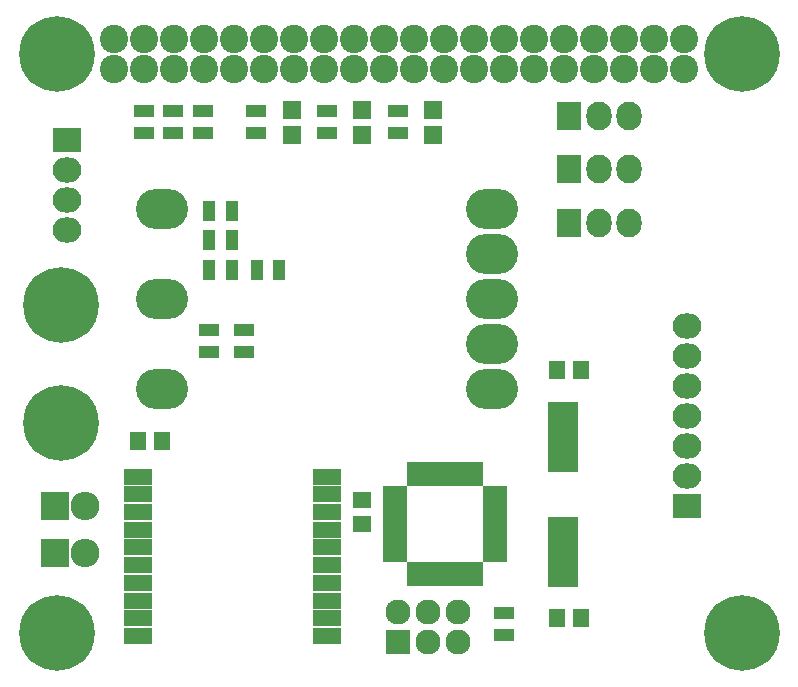
<source format=gts>
G04 #@! TF.FileFunction,Soldermask,Top*
%FSLAX46Y46*%
G04 Gerber Fmt 4.6, Leading zero omitted, Abs format (unit mm)*
G04 Created by KiCad (PCBNEW (2015-09-20 BZR 6203, Git 66a9b04)-product) date Sat 13 Feb 2016 19:56:21 GMT*
%MOMM*%
G01*
G04 APERTURE LIST*
%ADD10C,0.100000*%
%ADD11R,1.650000X1.400000*%
%ADD12R,1.400000X1.650000*%
%ADD13R,1.598880X1.598880*%
%ADD14R,2.000000X0.950000*%
%ADD15R,0.950000X2.000000*%
%ADD16C,6.400000*%
%ADD17R,2.127200X2.432000*%
%ADD18O,2.127200X2.432000*%
%ADD19R,2.432000X2.127200*%
%ADD20O,2.432000X2.127200*%
%ADD21R,1.700000X1.100000*%
%ADD22R,2.432000X2.432000*%
%ADD23O,2.432000X2.432000*%
%ADD24O,4.400000X3.400000*%
%ADD25R,2.400000X1.400000*%
%ADD26R,2.500580X6.000700*%
%ADD27R,2.127200X2.127200*%
%ADD28O,2.127200X2.127200*%
%ADD29R,1.100000X1.700000*%
%ADD30C,2.400000*%
G04 APERTURE END LIST*
D10*
D11*
X146000000Y-81500000D03*
X146000000Y-83500000D03*
D12*
X162500000Y-91500000D03*
X164500000Y-91500000D03*
X162500000Y-70500000D03*
X164500000Y-70500000D03*
X127000000Y-76500000D03*
X129000000Y-76500000D03*
D13*
X140000000Y-48450980D03*
X140000000Y-50549020D03*
X146000000Y-48450980D03*
X146000000Y-50549020D03*
X152000000Y-48450980D03*
X152000000Y-50549020D03*
D14*
X157250000Y-86300000D03*
X157250000Y-85500000D03*
X157250000Y-84700000D03*
X157250000Y-83900000D03*
X157250000Y-83100000D03*
X157250000Y-82300000D03*
X157250000Y-81500000D03*
X157250000Y-80700000D03*
D15*
X155800000Y-79250000D03*
X155000000Y-79250000D03*
X154200000Y-79250000D03*
X153400000Y-79250000D03*
X152600000Y-79250000D03*
X151800000Y-79250000D03*
X151000000Y-79250000D03*
X150200000Y-79250000D03*
D14*
X148750000Y-80700000D03*
X148750000Y-81500000D03*
X148750000Y-82300000D03*
X148750000Y-83100000D03*
X148750000Y-83900000D03*
X148750000Y-84700000D03*
X148750000Y-85500000D03*
X148750000Y-86300000D03*
D15*
X150200000Y-87750000D03*
X151000000Y-87750000D03*
X151800000Y-87750000D03*
X152600000Y-87750000D03*
X153400000Y-87750000D03*
X154200000Y-87750000D03*
X155000000Y-87750000D03*
X155800000Y-87750000D03*
D16*
X120500000Y-75000000D03*
X120500000Y-65000000D03*
D17*
X163500000Y-49000000D03*
D18*
X166040000Y-49000000D03*
X168580000Y-49000000D03*
D17*
X163500000Y-53500000D03*
D18*
X166040000Y-53500000D03*
X168580000Y-53500000D03*
D17*
X163500000Y-58000000D03*
D18*
X166040000Y-58000000D03*
X168580000Y-58000000D03*
D19*
X121000000Y-51000000D03*
D20*
X121000000Y-53540000D03*
X121000000Y-56080000D03*
X121000000Y-58620000D03*
D21*
X132500000Y-48550000D03*
X132500000Y-50450000D03*
X136000000Y-68950000D03*
X136000000Y-67050000D03*
X133000000Y-67050000D03*
X133000000Y-68950000D03*
X137000000Y-48550000D03*
X137000000Y-50450000D03*
X143000000Y-48550000D03*
X143000000Y-50450000D03*
X149000000Y-48550000D03*
X149000000Y-50450000D03*
X158000000Y-91050000D03*
X158000000Y-92950000D03*
X130000000Y-50450000D03*
X130000000Y-48550000D03*
X127500000Y-50450000D03*
X127500000Y-48550000D03*
D22*
X120000000Y-82000000D03*
D23*
X122540000Y-82000000D03*
D24*
X129000000Y-64500000D03*
X157000000Y-64500000D03*
X157000000Y-60690000D03*
X157000000Y-56880000D03*
X157000000Y-68310000D03*
X157000000Y-72120000D03*
X129000000Y-72120000D03*
X129000000Y-56880000D03*
D25*
X127000000Y-79500000D03*
X143000000Y-79500000D03*
X127000000Y-81000000D03*
X143000000Y-81000000D03*
X127000000Y-82500000D03*
X143000000Y-82500000D03*
X127000000Y-84000000D03*
X143000000Y-84000000D03*
X127000000Y-85500000D03*
X143000000Y-85500000D03*
X127000000Y-87000000D03*
X143000000Y-87000000D03*
X127000000Y-88500000D03*
X143000000Y-88500000D03*
X127000000Y-90000000D03*
X143000000Y-90000000D03*
X127000000Y-91500000D03*
X143000000Y-91500000D03*
X127000000Y-93000000D03*
X143000000Y-93000000D03*
D26*
X163000000Y-85848860D03*
X163000000Y-76151140D03*
D27*
X149000000Y-93500000D03*
D28*
X149000000Y-90960000D03*
X151540000Y-93500000D03*
X151540000Y-90960000D03*
X154080000Y-93500000D03*
X154080000Y-90960000D03*
D22*
X120000000Y-86000000D03*
D23*
X122540000Y-86000000D03*
D19*
X173500000Y-82000000D03*
D20*
X173500000Y-79460000D03*
X173500000Y-76920000D03*
X173500000Y-74380000D03*
X173500000Y-71840000D03*
X173500000Y-69300000D03*
X173500000Y-66760000D03*
D29*
X133050000Y-57000000D03*
X134950000Y-57000000D03*
X133050000Y-59500000D03*
X134950000Y-59500000D03*
X133050000Y-62000000D03*
X134950000Y-62000000D03*
X137050000Y-62000000D03*
X138950000Y-62000000D03*
D30*
X125000000Y-45000000D03*
X125000000Y-42460000D03*
X127540000Y-45000000D03*
X127540000Y-42460000D03*
X130080000Y-45000000D03*
X130080000Y-42460000D03*
X132620000Y-45000000D03*
X132620000Y-42460000D03*
X135160000Y-45000000D03*
X135160000Y-42460000D03*
X137700000Y-45000000D03*
X137700000Y-42460000D03*
X140240000Y-45000000D03*
X140240000Y-42460000D03*
X142780000Y-45000000D03*
X142780000Y-42460000D03*
X145320000Y-45000000D03*
X145320000Y-42460000D03*
X147860000Y-45000000D03*
X147860000Y-42460000D03*
X150400000Y-45000000D03*
X150400000Y-42460000D03*
X152940000Y-45000000D03*
X152940000Y-42460000D03*
X155480000Y-45000000D03*
X155480000Y-42460000D03*
X158020000Y-45000000D03*
X158020000Y-42460000D03*
X160560000Y-45000000D03*
X160560000Y-42460000D03*
X163100000Y-45000000D03*
X163100000Y-42460000D03*
X165640000Y-45000000D03*
X165640000Y-42460000D03*
X168180000Y-45000000D03*
X168180000Y-42460000D03*
X170720000Y-45000000D03*
X170720000Y-42460000D03*
X173260000Y-45000000D03*
X173260000Y-42460000D03*
D16*
X120130000Y-43730000D03*
X178130000Y-43730000D03*
X120130000Y-92730000D03*
X178130000Y-92730000D03*
M02*

</source>
